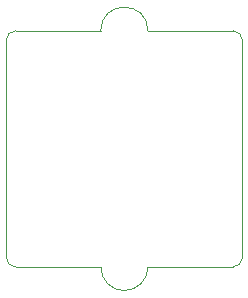
<source format=gbr>
%TF.GenerationSoftware,KiCad,Pcbnew,9.0.3*%
%TF.CreationDate,2025-07-12T02:05:34+02:00*%
%TF.ProjectId,ialed,69616c65-642e-46b6-9963-61645f706362,rev?*%
%TF.SameCoordinates,Original*%
%TF.FileFunction,Profile,NP*%
%FSLAX46Y46*%
G04 Gerber Fmt 4.6, Leading zero omitted, Abs format (unit mm)*
G04 Created by KiCad (PCBNEW 9.0.3) date 2025-07-12 02:05:34*
%MOMM*%
%LPD*%
G01*
G04 APERTURE LIST*
%TA.AperFunction,Profile*%
%ADD10C,0.050000*%
%TD*%
G04 APERTURE END LIST*
D10*
X12000000Y0D02*
X19200000Y0D01*
X8000000Y0D02*
G75*
G02*
X12000000Y0I2000000J0D01*
G01*
X20000000Y-19200000D02*
X20000000Y-800000D01*
X0Y-19200000D02*
X0Y-800001D01*
X800001Y0D02*
X8000000Y0D01*
X800000Y-20000000D02*
X8000003Y-20000000D01*
X20000000Y-19200000D02*
G75*
G02*
X19200000Y-20000000I-800000J0D01*
G01*
X11999999Y-20000000D02*
G75*
G02*
X8000003Y-20000000I-1999998J-2D01*
G01*
X11999999Y-20000000D02*
X19200000Y-20000000D01*
X0Y-800001D02*
G75*
G02*
X800001Y0I800001J0D01*
G01*
X800000Y-20000000D02*
G75*
G02*
X0Y-19200000I0J800000D01*
G01*
X19200000Y0D02*
G75*
G02*
X20000000Y-800000I0J-800000D01*
G01*
M02*

</source>
